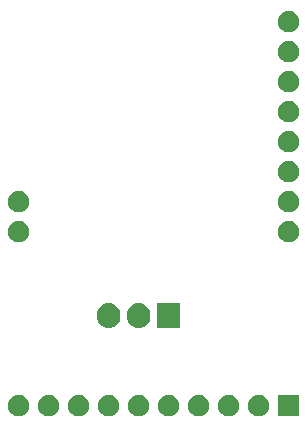
<source format=gbr>
G04 #@! TF.GenerationSoftware,KiCad,Pcbnew,5.1.5+dfsg1-2build2*
G04 #@! TF.CreationDate,2020-10-04T22:15:50+02:00*
G04 #@! TF.ProjectId,transistor_board,7472616e-7369-4737-946f-725f626f6172,rev?*
G04 #@! TF.SameCoordinates,Original*
G04 #@! TF.FileFunction,Soldermask,Top*
G04 #@! TF.FilePolarity,Negative*
%FSLAX46Y46*%
G04 Gerber Fmt 4.6, Leading zero omitted, Abs format (unit mm)*
G04 Created by KiCad (PCBNEW 5.1.5+dfsg1-2build2) date 2020-10-04 22:15:50*
%MOMM*%
%LPD*%
G04 APERTURE LIST*
%ADD10C,0.100000*%
G04 APERTURE END LIST*
D10*
G36*
X138061000Y-134886000D02*
G01*
X136259000Y-134886000D01*
X136259000Y-133084000D01*
X138061000Y-133084000D01*
X138061000Y-134886000D01*
G37*
G36*
X132193512Y-133088927D02*
G01*
X132342812Y-133118624D01*
X132506784Y-133186544D01*
X132654354Y-133285147D01*
X132779853Y-133410646D01*
X132878456Y-133558216D01*
X132946376Y-133722188D01*
X132981000Y-133896259D01*
X132981000Y-134073741D01*
X132946376Y-134247812D01*
X132878456Y-134411784D01*
X132779853Y-134559354D01*
X132654354Y-134684853D01*
X132506784Y-134783456D01*
X132342812Y-134851376D01*
X132193512Y-134881073D01*
X132168742Y-134886000D01*
X131991258Y-134886000D01*
X131966488Y-134881073D01*
X131817188Y-134851376D01*
X131653216Y-134783456D01*
X131505646Y-134684853D01*
X131380147Y-134559354D01*
X131281544Y-134411784D01*
X131213624Y-134247812D01*
X131179000Y-134073741D01*
X131179000Y-133896259D01*
X131213624Y-133722188D01*
X131281544Y-133558216D01*
X131380147Y-133410646D01*
X131505646Y-133285147D01*
X131653216Y-133186544D01*
X131817188Y-133118624D01*
X131966488Y-133088927D01*
X131991258Y-133084000D01*
X132168742Y-133084000D01*
X132193512Y-133088927D01*
G37*
G36*
X129653512Y-133088927D02*
G01*
X129802812Y-133118624D01*
X129966784Y-133186544D01*
X130114354Y-133285147D01*
X130239853Y-133410646D01*
X130338456Y-133558216D01*
X130406376Y-133722188D01*
X130441000Y-133896259D01*
X130441000Y-134073741D01*
X130406376Y-134247812D01*
X130338456Y-134411784D01*
X130239853Y-134559354D01*
X130114354Y-134684853D01*
X129966784Y-134783456D01*
X129802812Y-134851376D01*
X129653512Y-134881073D01*
X129628742Y-134886000D01*
X129451258Y-134886000D01*
X129426488Y-134881073D01*
X129277188Y-134851376D01*
X129113216Y-134783456D01*
X128965646Y-134684853D01*
X128840147Y-134559354D01*
X128741544Y-134411784D01*
X128673624Y-134247812D01*
X128639000Y-134073741D01*
X128639000Y-133896259D01*
X128673624Y-133722188D01*
X128741544Y-133558216D01*
X128840147Y-133410646D01*
X128965646Y-133285147D01*
X129113216Y-133186544D01*
X129277188Y-133118624D01*
X129426488Y-133088927D01*
X129451258Y-133084000D01*
X129628742Y-133084000D01*
X129653512Y-133088927D01*
G37*
G36*
X127113512Y-133088927D02*
G01*
X127262812Y-133118624D01*
X127426784Y-133186544D01*
X127574354Y-133285147D01*
X127699853Y-133410646D01*
X127798456Y-133558216D01*
X127866376Y-133722188D01*
X127901000Y-133896259D01*
X127901000Y-134073741D01*
X127866376Y-134247812D01*
X127798456Y-134411784D01*
X127699853Y-134559354D01*
X127574354Y-134684853D01*
X127426784Y-134783456D01*
X127262812Y-134851376D01*
X127113512Y-134881073D01*
X127088742Y-134886000D01*
X126911258Y-134886000D01*
X126886488Y-134881073D01*
X126737188Y-134851376D01*
X126573216Y-134783456D01*
X126425646Y-134684853D01*
X126300147Y-134559354D01*
X126201544Y-134411784D01*
X126133624Y-134247812D01*
X126099000Y-134073741D01*
X126099000Y-133896259D01*
X126133624Y-133722188D01*
X126201544Y-133558216D01*
X126300147Y-133410646D01*
X126425646Y-133285147D01*
X126573216Y-133186544D01*
X126737188Y-133118624D01*
X126886488Y-133088927D01*
X126911258Y-133084000D01*
X127088742Y-133084000D01*
X127113512Y-133088927D01*
G37*
G36*
X124573512Y-133088927D02*
G01*
X124722812Y-133118624D01*
X124886784Y-133186544D01*
X125034354Y-133285147D01*
X125159853Y-133410646D01*
X125258456Y-133558216D01*
X125326376Y-133722188D01*
X125361000Y-133896259D01*
X125361000Y-134073741D01*
X125326376Y-134247812D01*
X125258456Y-134411784D01*
X125159853Y-134559354D01*
X125034354Y-134684853D01*
X124886784Y-134783456D01*
X124722812Y-134851376D01*
X124573512Y-134881073D01*
X124548742Y-134886000D01*
X124371258Y-134886000D01*
X124346488Y-134881073D01*
X124197188Y-134851376D01*
X124033216Y-134783456D01*
X123885646Y-134684853D01*
X123760147Y-134559354D01*
X123661544Y-134411784D01*
X123593624Y-134247812D01*
X123559000Y-134073741D01*
X123559000Y-133896259D01*
X123593624Y-133722188D01*
X123661544Y-133558216D01*
X123760147Y-133410646D01*
X123885646Y-133285147D01*
X124033216Y-133186544D01*
X124197188Y-133118624D01*
X124346488Y-133088927D01*
X124371258Y-133084000D01*
X124548742Y-133084000D01*
X124573512Y-133088927D01*
G37*
G36*
X122033512Y-133088927D02*
G01*
X122182812Y-133118624D01*
X122346784Y-133186544D01*
X122494354Y-133285147D01*
X122619853Y-133410646D01*
X122718456Y-133558216D01*
X122786376Y-133722188D01*
X122821000Y-133896259D01*
X122821000Y-134073741D01*
X122786376Y-134247812D01*
X122718456Y-134411784D01*
X122619853Y-134559354D01*
X122494354Y-134684853D01*
X122346784Y-134783456D01*
X122182812Y-134851376D01*
X122033512Y-134881073D01*
X122008742Y-134886000D01*
X121831258Y-134886000D01*
X121806488Y-134881073D01*
X121657188Y-134851376D01*
X121493216Y-134783456D01*
X121345646Y-134684853D01*
X121220147Y-134559354D01*
X121121544Y-134411784D01*
X121053624Y-134247812D01*
X121019000Y-134073741D01*
X121019000Y-133896259D01*
X121053624Y-133722188D01*
X121121544Y-133558216D01*
X121220147Y-133410646D01*
X121345646Y-133285147D01*
X121493216Y-133186544D01*
X121657188Y-133118624D01*
X121806488Y-133088927D01*
X121831258Y-133084000D01*
X122008742Y-133084000D01*
X122033512Y-133088927D01*
G37*
G36*
X119493512Y-133088927D02*
G01*
X119642812Y-133118624D01*
X119806784Y-133186544D01*
X119954354Y-133285147D01*
X120079853Y-133410646D01*
X120178456Y-133558216D01*
X120246376Y-133722188D01*
X120281000Y-133896259D01*
X120281000Y-134073741D01*
X120246376Y-134247812D01*
X120178456Y-134411784D01*
X120079853Y-134559354D01*
X119954354Y-134684853D01*
X119806784Y-134783456D01*
X119642812Y-134851376D01*
X119493512Y-134881073D01*
X119468742Y-134886000D01*
X119291258Y-134886000D01*
X119266488Y-134881073D01*
X119117188Y-134851376D01*
X118953216Y-134783456D01*
X118805646Y-134684853D01*
X118680147Y-134559354D01*
X118581544Y-134411784D01*
X118513624Y-134247812D01*
X118479000Y-134073741D01*
X118479000Y-133896259D01*
X118513624Y-133722188D01*
X118581544Y-133558216D01*
X118680147Y-133410646D01*
X118805646Y-133285147D01*
X118953216Y-133186544D01*
X119117188Y-133118624D01*
X119266488Y-133088927D01*
X119291258Y-133084000D01*
X119468742Y-133084000D01*
X119493512Y-133088927D01*
G37*
G36*
X116953512Y-133088927D02*
G01*
X117102812Y-133118624D01*
X117266784Y-133186544D01*
X117414354Y-133285147D01*
X117539853Y-133410646D01*
X117638456Y-133558216D01*
X117706376Y-133722188D01*
X117741000Y-133896259D01*
X117741000Y-134073741D01*
X117706376Y-134247812D01*
X117638456Y-134411784D01*
X117539853Y-134559354D01*
X117414354Y-134684853D01*
X117266784Y-134783456D01*
X117102812Y-134851376D01*
X116953512Y-134881073D01*
X116928742Y-134886000D01*
X116751258Y-134886000D01*
X116726488Y-134881073D01*
X116577188Y-134851376D01*
X116413216Y-134783456D01*
X116265646Y-134684853D01*
X116140147Y-134559354D01*
X116041544Y-134411784D01*
X115973624Y-134247812D01*
X115939000Y-134073741D01*
X115939000Y-133896259D01*
X115973624Y-133722188D01*
X116041544Y-133558216D01*
X116140147Y-133410646D01*
X116265646Y-133285147D01*
X116413216Y-133186544D01*
X116577188Y-133118624D01*
X116726488Y-133088927D01*
X116751258Y-133084000D01*
X116928742Y-133084000D01*
X116953512Y-133088927D01*
G37*
G36*
X114413512Y-133088927D02*
G01*
X114562812Y-133118624D01*
X114726784Y-133186544D01*
X114874354Y-133285147D01*
X114999853Y-133410646D01*
X115098456Y-133558216D01*
X115166376Y-133722188D01*
X115201000Y-133896259D01*
X115201000Y-134073741D01*
X115166376Y-134247812D01*
X115098456Y-134411784D01*
X114999853Y-134559354D01*
X114874354Y-134684853D01*
X114726784Y-134783456D01*
X114562812Y-134851376D01*
X114413512Y-134881073D01*
X114388742Y-134886000D01*
X114211258Y-134886000D01*
X114186488Y-134881073D01*
X114037188Y-134851376D01*
X113873216Y-134783456D01*
X113725646Y-134684853D01*
X113600147Y-134559354D01*
X113501544Y-134411784D01*
X113433624Y-134247812D01*
X113399000Y-134073741D01*
X113399000Y-133896259D01*
X113433624Y-133722188D01*
X113501544Y-133558216D01*
X113600147Y-133410646D01*
X113725646Y-133285147D01*
X113873216Y-133186544D01*
X114037188Y-133118624D01*
X114186488Y-133088927D01*
X114211258Y-133084000D01*
X114388742Y-133084000D01*
X114413512Y-133088927D01*
G37*
G36*
X134733512Y-133088927D02*
G01*
X134882812Y-133118624D01*
X135046784Y-133186544D01*
X135194354Y-133285147D01*
X135319853Y-133410646D01*
X135418456Y-133558216D01*
X135486376Y-133722188D01*
X135521000Y-133896259D01*
X135521000Y-134073741D01*
X135486376Y-134247812D01*
X135418456Y-134411784D01*
X135319853Y-134559354D01*
X135194354Y-134684853D01*
X135046784Y-134783456D01*
X134882812Y-134851376D01*
X134733512Y-134881073D01*
X134708742Y-134886000D01*
X134531258Y-134886000D01*
X134506488Y-134881073D01*
X134357188Y-134851376D01*
X134193216Y-134783456D01*
X134045646Y-134684853D01*
X133920147Y-134559354D01*
X133821544Y-134411784D01*
X133753624Y-134247812D01*
X133719000Y-134073741D01*
X133719000Y-133896259D01*
X133753624Y-133722188D01*
X133821544Y-133558216D01*
X133920147Y-133410646D01*
X134045646Y-133285147D01*
X134193216Y-133186544D01*
X134357188Y-133118624D01*
X134506488Y-133088927D01*
X134531258Y-133084000D01*
X134708742Y-133084000D01*
X134733512Y-133088927D01*
G37*
G36*
X122116720Y-125328520D02*
G01*
X122305881Y-125385901D01*
X122480212Y-125479083D01*
X122633015Y-125604485D01*
X122758417Y-125757288D01*
X122802182Y-125839167D01*
X122851598Y-125931617D01*
X122851599Y-125931620D01*
X122908980Y-126120781D01*
X122923500Y-126268207D01*
X122923500Y-126461794D01*
X122908980Y-126609220D01*
X122851599Y-126798381D01*
X122758417Y-126972712D01*
X122633015Y-127125515D01*
X122480212Y-127250917D01*
X122398333Y-127294682D01*
X122305883Y-127344098D01*
X122305880Y-127344099D01*
X122116719Y-127401480D01*
X121920000Y-127420855D01*
X121723280Y-127401480D01*
X121534119Y-127344099D01*
X121359788Y-127250917D01*
X121206985Y-127125515D01*
X121081583Y-126972712D01*
X121037818Y-126890833D01*
X120988402Y-126798383D01*
X120988401Y-126798380D01*
X120931020Y-126609219D01*
X120916500Y-126461793D01*
X120916500Y-126268206D01*
X120931020Y-126120780D01*
X120988401Y-125931619D01*
X121081583Y-125757288D01*
X121206985Y-125604485D01*
X121359788Y-125479083D01*
X121534120Y-125385901D01*
X121723281Y-125328520D01*
X121920000Y-125309145D01*
X122116720Y-125328520D01*
G37*
G36*
X124656720Y-125328520D02*
G01*
X124845881Y-125385901D01*
X125020212Y-125479083D01*
X125173015Y-125604485D01*
X125298417Y-125757288D01*
X125342182Y-125839167D01*
X125391598Y-125931617D01*
X125391599Y-125931620D01*
X125448980Y-126120781D01*
X125463500Y-126268207D01*
X125463500Y-126461794D01*
X125448980Y-126609220D01*
X125391599Y-126798381D01*
X125298417Y-126972712D01*
X125173015Y-127125515D01*
X125020212Y-127250917D01*
X124938333Y-127294682D01*
X124845883Y-127344098D01*
X124845880Y-127344099D01*
X124656719Y-127401480D01*
X124460000Y-127420855D01*
X124263280Y-127401480D01*
X124074119Y-127344099D01*
X123899788Y-127250917D01*
X123746985Y-127125515D01*
X123621583Y-126972712D01*
X123577818Y-126890833D01*
X123528402Y-126798383D01*
X123528401Y-126798380D01*
X123471020Y-126609219D01*
X123456500Y-126461793D01*
X123456500Y-126268206D01*
X123471020Y-126120780D01*
X123528401Y-125931619D01*
X123621583Y-125757288D01*
X123746985Y-125604485D01*
X123899788Y-125479083D01*
X124074120Y-125385901D01*
X124263281Y-125328520D01*
X124460000Y-125309145D01*
X124656720Y-125328520D01*
G37*
G36*
X128003500Y-127416000D02*
G01*
X125996500Y-127416000D01*
X125996500Y-125314000D01*
X128003500Y-125314000D01*
X128003500Y-127416000D01*
G37*
G36*
X137273512Y-118356927D02*
G01*
X137422812Y-118386624D01*
X137586784Y-118454544D01*
X137734354Y-118553147D01*
X137859853Y-118678646D01*
X137958456Y-118826216D01*
X138026376Y-118990188D01*
X138061000Y-119164259D01*
X138061000Y-119341741D01*
X138026376Y-119515812D01*
X137958456Y-119679784D01*
X137859853Y-119827354D01*
X137734354Y-119952853D01*
X137586784Y-120051456D01*
X137422812Y-120119376D01*
X137273512Y-120149073D01*
X137248742Y-120154000D01*
X137071258Y-120154000D01*
X137046488Y-120149073D01*
X136897188Y-120119376D01*
X136733216Y-120051456D01*
X136585646Y-119952853D01*
X136460147Y-119827354D01*
X136361544Y-119679784D01*
X136293624Y-119515812D01*
X136259000Y-119341741D01*
X136259000Y-119164259D01*
X136293624Y-118990188D01*
X136361544Y-118826216D01*
X136460147Y-118678646D01*
X136585646Y-118553147D01*
X136733216Y-118454544D01*
X136897188Y-118386624D01*
X137046488Y-118356927D01*
X137071258Y-118352000D01*
X137248742Y-118352000D01*
X137273512Y-118356927D01*
G37*
G36*
X114413512Y-118356927D02*
G01*
X114562812Y-118386624D01*
X114726784Y-118454544D01*
X114874354Y-118553147D01*
X114999853Y-118678646D01*
X115098456Y-118826216D01*
X115166376Y-118990188D01*
X115201000Y-119164259D01*
X115201000Y-119341741D01*
X115166376Y-119515812D01*
X115098456Y-119679784D01*
X114999853Y-119827354D01*
X114874354Y-119952853D01*
X114726784Y-120051456D01*
X114562812Y-120119376D01*
X114413512Y-120149073D01*
X114388742Y-120154000D01*
X114211258Y-120154000D01*
X114186488Y-120149073D01*
X114037188Y-120119376D01*
X113873216Y-120051456D01*
X113725646Y-119952853D01*
X113600147Y-119827354D01*
X113501544Y-119679784D01*
X113433624Y-119515812D01*
X113399000Y-119341741D01*
X113399000Y-119164259D01*
X113433624Y-118990188D01*
X113501544Y-118826216D01*
X113600147Y-118678646D01*
X113725646Y-118553147D01*
X113873216Y-118454544D01*
X114037188Y-118386624D01*
X114186488Y-118356927D01*
X114211258Y-118352000D01*
X114388742Y-118352000D01*
X114413512Y-118356927D01*
G37*
G36*
X137273512Y-115816927D02*
G01*
X137422812Y-115846624D01*
X137586784Y-115914544D01*
X137734354Y-116013147D01*
X137859853Y-116138646D01*
X137958456Y-116286216D01*
X138026376Y-116450188D01*
X138061000Y-116624259D01*
X138061000Y-116801741D01*
X138026376Y-116975812D01*
X137958456Y-117139784D01*
X137859853Y-117287354D01*
X137734354Y-117412853D01*
X137586784Y-117511456D01*
X137422812Y-117579376D01*
X137273512Y-117609073D01*
X137248742Y-117614000D01*
X137071258Y-117614000D01*
X137046488Y-117609073D01*
X136897188Y-117579376D01*
X136733216Y-117511456D01*
X136585646Y-117412853D01*
X136460147Y-117287354D01*
X136361544Y-117139784D01*
X136293624Y-116975812D01*
X136259000Y-116801741D01*
X136259000Y-116624259D01*
X136293624Y-116450188D01*
X136361544Y-116286216D01*
X136460147Y-116138646D01*
X136585646Y-116013147D01*
X136733216Y-115914544D01*
X136897188Y-115846624D01*
X137046488Y-115816927D01*
X137071258Y-115812000D01*
X137248742Y-115812000D01*
X137273512Y-115816927D01*
G37*
G36*
X114413512Y-115816927D02*
G01*
X114562812Y-115846624D01*
X114726784Y-115914544D01*
X114874354Y-116013147D01*
X114999853Y-116138646D01*
X115098456Y-116286216D01*
X115166376Y-116450188D01*
X115201000Y-116624259D01*
X115201000Y-116801741D01*
X115166376Y-116975812D01*
X115098456Y-117139784D01*
X114999853Y-117287354D01*
X114874354Y-117412853D01*
X114726784Y-117511456D01*
X114562812Y-117579376D01*
X114413512Y-117609073D01*
X114388742Y-117614000D01*
X114211258Y-117614000D01*
X114186488Y-117609073D01*
X114037188Y-117579376D01*
X113873216Y-117511456D01*
X113725646Y-117412853D01*
X113600147Y-117287354D01*
X113501544Y-117139784D01*
X113433624Y-116975812D01*
X113399000Y-116801741D01*
X113399000Y-116624259D01*
X113433624Y-116450188D01*
X113501544Y-116286216D01*
X113600147Y-116138646D01*
X113725646Y-116013147D01*
X113873216Y-115914544D01*
X114037188Y-115846624D01*
X114186488Y-115816927D01*
X114211258Y-115812000D01*
X114388742Y-115812000D01*
X114413512Y-115816927D01*
G37*
G36*
X137273512Y-113276927D02*
G01*
X137422812Y-113306624D01*
X137586784Y-113374544D01*
X137734354Y-113473147D01*
X137859853Y-113598646D01*
X137958456Y-113746216D01*
X138026376Y-113910188D01*
X138061000Y-114084259D01*
X138061000Y-114261741D01*
X138026376Y-114435812D01*
X137958456Y-114599784D01*
X137859853Y-114747354D01*
X137734354Y-114872853D01*
X137586784Y-114971456D01*
X137422812Y-115039376D01*
X137273512Y-115069073D01*
X137248742Y-115074000D01*
X137071258Y-115074000D01*
X137046488Y-115069073D01*
X136897188Y-115039376D01*
X136733216Y-114971456D01*
X136585646Y-114872853D01*
X136460147Y-114747354D01*
X136361544Y-114599784D01*
X136293624Y-114435812D01*
X136259000Y-114261741D01*
X136259000Y-114084259D01*
X136293624Y-113910188D01*
X136361544Y-113746216D01*
X136460147Y-113598646D01*
X136585646Y-113473147D01*
X136733216Y-113374544D01*
X136897188Y-113306624D01*
X137046488Y-113276927D01*
X137071258Y-113272000D01*
X137248742Y-113272000D01*
X137273512Y-113276927D01*
G37*
G36*
X137273512Y-110736927D02*
G01*
X137422812Y-110766624D01*
X137586784Y-110834544D01*
X137734354Y-110933147D01*
X137859853Y-111058646D01*
X137958456Y-111206216D01*
X138026376Y-111370188D01*
X138061000Y-111544259D01*
X138061000Y-111721741D01*
X138026376Y-111895812D01*
X137958456Y-112059784D01*
X137859853Y-112207354D01*
X137734354Y-112332853D01*
X137586784Y-112431456D01*
X137422812Y-112499376D01*
X137273512Y-112529073D01*
X137248742Y-112534000D01*
X137071258Y-112534000D01*
X137046488Y-112529073D01*
X136897188Y-112499376D01*
X136733216Y-112431456D01*
X136585646Y-112332853D01*
X136460147Y-112207354D01*
X136361544Y-112059784D01*
X136293624Y-111895812D01*
X136259000Y-111721741D01*
X136259000Y-111544259D01*
X136293624Y-111370188D01*
X136361544Y-111206216D01*
X136460147Y-111058646D01*
X136585646Y-110933147D01*
X136733216Y-110834544D01*
X136897188Y-110766624D01*
X137046488Y-110736927D01*
X137071258Y-110732000D01*
X137248742Y-110732000D01*
X137273512Y-110736927D01*
G37*
G36*
X137273512Y-108196927D02*
G01*
X137422812Y-108226624D01*
X137586784Y-108294544D01*
X137734354Y-108393147D01*
X137859853Y-108518646D01*
X137958456Y-108666216D01*
X138026376Y-108830188D01*
X138061000Y-109004259D01*
X138061000Y-109181741D01*
X138026376Y-109355812D01*
X137958456Y-109519784D01*
X137859853Y-109667354D01*
X137734354Y-109792853D01*
X137586784Y-109891456D01*
X137422812Y-109959376D01*
X137273512Y-109989073D01*
X137248742Y-109994000D01*
X137071258Y-109994000D01*
X137046488Y-109989073D01*
X136897188Y-109959376D01*
X136733216Y-109891456D01*
X136585646Y-109792853D01*
X136460147Y-109667354D01*
X136361544Y-109519784D01*
X136293624Y-109355812D01*
X136259000Y-109181741D01*
X136259000Y-109004259D01*
X136293624Y-108830188D01*
X136361544Y-108666216D01*
X136460147Y-108518646D01*
X136585646Y-108393147D01*
X136733216Y-108294544D01*
X136897188Y-108226624D01*
X137046488Y-108196927D01*
X137071258Y-108192000D01*
X137248742Y-108192000D01*
X137273512Y-108196927D01*
G37*
G36*
X137273512Y-105656927D02*
G01*
X137422812Y-105686624D01*
X137586784Y-105754544D01*
X137734354Y-105853147D01*
X137859853Y-105978646D01*
X137958456Y-106126216D01*
X138026376Y-106290188D01*
X138061000Y-106464259D01*
X138061000Y-106641741D01*
X138026376Y-106815812D01*
X137958456Y-106979784D01*
X137859853Y-107127354D01*
X137734354Y-107252853D01*
X137586784Y-107351456D01*
X137422812Y-107419376D01*
X137273512Y-107449073D01*
X137248742Y-107454000D01*
X137071258Y-107454000D01*
X137046488Y-107449073D01*
X136897188Y-107419376D01*
X136733216Y-107351456D01*
X136585646Y-107252853D01*
X136460147Y-107127354D01*
X136361544Y-106979784D01*
X136293624Y-106815812D01*
X136259000Y-106641741D01*
X136259000Y-106464259D01*
X136293624Y-106290188D01*
X136361544Y-106126216D01*
X136460147Y-105978646D01*
X136585646Y-105853147D01*
X136733216Y-105754544D01*
X136897188Y-105686624D01*
X137046488Y-105656927D01*
X137071258Y-105652000D01*
X137248742Y-105652000D01*
X137273512Y-105656927D01*
G37*
G36*
X137273512Y-103116927D02*
G01*
X137422812Y-103146624D01*
X137586784Y-103214544D01*
X137734354Y-103313147D01*
X137859853Y-103438646D01*
X137958456Y-103586216D01*
X138026376Y-103750188D01*
X138061000Y-103924259D01*
X138061000Y-104101741D01*
X138026376Y-104275812D01*
X137958456Y-104439784D01*
X137859853Y-104587354D01*
X137734354Y-104712853D01*
X137586784Y-104811456D01*
X137422812Y-104879376D01*
X137273512Y-104909073D01*
X137248742Y-104914000D01*
X137071258Y-104914000D01*
X137046488Y-104909073D01*
X136897188Y-104879376D01*
X136733216Y-104811456D01*
X136585646Y-104712853D01*
X136460147Y-104587354D01*
X136361544Y-104439784D01*
X136293624Y-104275812D01*
X136259000Y-104101741D01*
X136259000Y-103924259D01*
X136293624Y-103750188D01*
X136361544Y-103586216D01*
X136460147Y-103438646D01*
X136585646Y-103313147D01*
X136733216Y-103214544D01*
X136897188Y-103146624D01*
X137046488Y-103116927D01*
X137071258Y-103112000D01*
X137248742Y-103112000D01*
X137273512Y-103116927D01*
G37*
G36*
X137273512Y-100576927D02*
G01*
X137422812Y-100606624D01*
X137586784Y-100674544D01*
X137734354Y-100773147D01*
X137859853Y-100898646D01*
X137958456Y-101046216D01*
X138026376Y-101210188D01*
X138061000Y-101384259D01*
X138061000Y-101561741D01*
X138026376Y-101735812D01*
X137958456Y-101899784D01*
X137859853Y-102047354D01*
X137734354Y-102172853D01*
X137586784Y-102271456D01*
X137422812Y-102339376D01*
X137273512Y-102369073D01*
X137248742Y-102374000D01*
X137071258Y-102374000D01*
X137046488Y-102369073D01*
X136897188Y-102339376D01*
X136733216Y-102271456D01*
X136585646Y-102172853D01*
X136460147Y-102047354D01*
X136361544Y-101899784D01*
X136293624Y-101735812D01*
X136259000Y-101561741D01*
X136259000Y-101384259D01*
X136293624Y-101210188D01*
X136361544Y-101046216D01*
X136460147Y-100898646D01*
X136585646Y-100773147D01*
X136733216Y-100674544D01*
X136897188Y-100606624D01*
X137046488Y-100576927D01*
X137071258Y-100572000D01*
X137248742Y-100572000D01*
X137273512Y-100576927D01*
G37*
M02*

</source>
